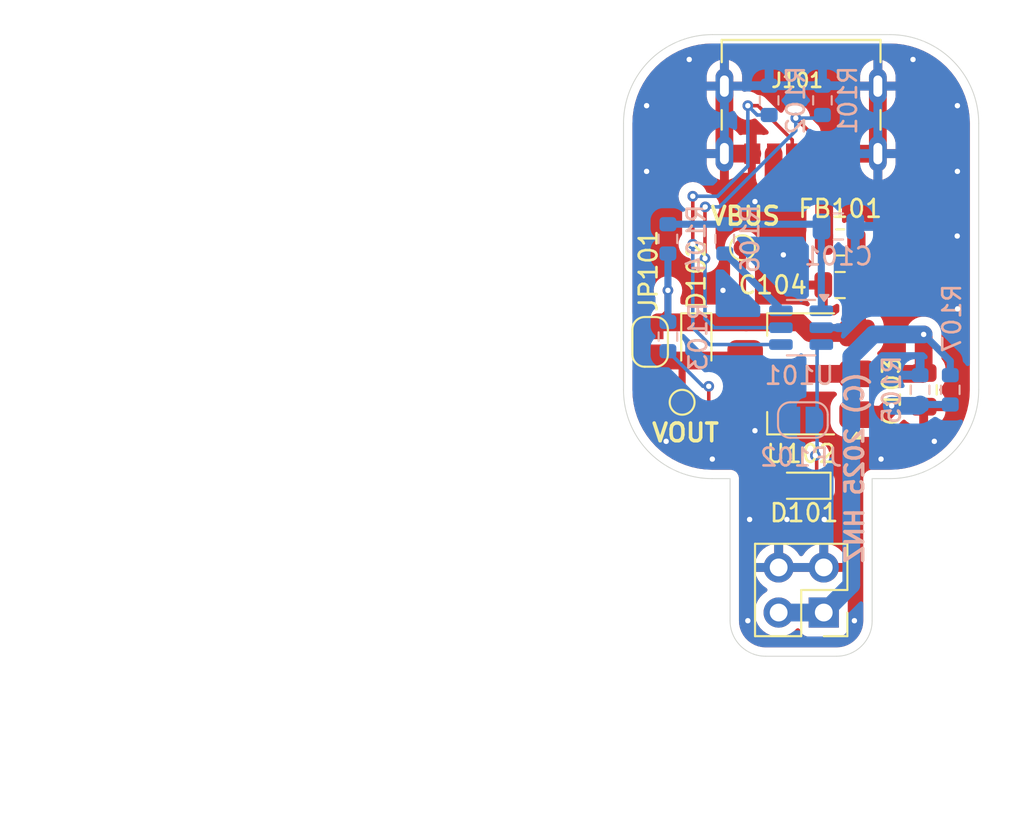
<source format=kicad_pcb>
(kicad_pcb (version 20240108) (generator "pcbnew") (generator_version "8.0")
  (layers (0 "F.Cu" signal) (31 "B.Cu" signal) (34 "B.Paste" user) (35 "F.Paste" user) (36 "B.SilkS" user "B.Silkscreen") (37 "F.SilkS" user "F.Silkscreen") (38 "B.Mask" user) (39 "F.Mask" user) (44 "Edge.Cuts" user))
  (net 0 "")
  (net 1 "Net-(U101-VDD)")
  (net 2 "GND")
  (net 3 "Net-(D102-A)")
  (net 4 "/VBUS")
  (net 5 "Net-(D101-K)")
  (net 6 "Net-(D101-A)")
  (net 7 "Net-(FB101-Pad2)")
  (net 8 "/CC1")
  (net 9 "/CC2")
  (net 10 "Net-(U102-GND)")
  (net 11 "Net-(U101-CFG)")
  (footprint "Diode_SMD:D_SOD-323" (layer "F.Cu") (at 161.1 64.3 -90)
    (property "Reference" "D102" (at -3.75 0 90) (layer "F.SilkS"))
    (property "Value" "CUS10F30")
    (fp_line (start -1.61 0.85) (end 1.05 0.85) (stroke (width 0.12)) (layer "F.SilkS"))
    (fp_line (start -1.61 -0.85) (end -1.61 0.85) (stroke (width 0.12)) (layer "F.SilkS"))
    (fp_line (start -1.61 -0.85) (end 1.05 -0.85) (stroke (width 0.12)) (layer "F.SilkS"))
    (pad "1" smd roundrect (at -1.05 0 270) (size 0.6 0.45) (layers "F.Cu" "F.Paste" "F.Mask") (net 4 "/VBUS"))
    (pad "2" smd roundrect (at 1.05 0 270) (size 0.6 0.45) (layers "F.Cu" "F.Paste" "F.Mask") (net 3 "Net-(D102-A)"))
  )
  (footprint "Package_TO_SOT_SMD:SOT-223-3_TabPin2" (layer "F.Cu") (at 167 66.1 180)
    (property "Reference" "U102" (at 0 -4.5 0) (layer "F.SilkS"))
    (property "Value" "AZ1117C")
    (fp_line (start 1.91 3.41) (end 1.91 2.15) (stroke (width 0.12)) (layer "F.SilkS"))
    (fp_line (start 1.91 -3.41) (end 1.91 -2.15) (stroke (width 0.12)) (layer "F.SilkS"))
    (fp_line (start -1.85 3.41) (end 1.91 3.41) (stroke (width 0.12)) (layer "F.SilkS"))
    (fp_line (start -1.85 -3.41) (end 1.91 -3.41) (stroke (width 0.12)) (layer "F.SilkS"))
    (fp_poly (pts (xy -3.13 -3.31) (xy -3.37 -3.64) (xy -2.89 -3.64) (xy -3.13 -3.31)) (stroke (width 0.12)) (fill solid) (layer "F.SilkS"))
    (pad "1" smd roundrect (at -3.15 -2.3 180) (size 2 1.5) (layers "F.Cu" "F.Paste" "F.Mask") (net 10 "Net-(U102-GND)"))
    (pad "2" smd roundrect (at -3.15 0 180) (size 2 1.5) (layers "F.Cu" "F.Paste" "F.Mask") (net 3 "Net-(D102-A)"))
    (pad "2" smd roundrect (at 3.15 0 180) (size 2 3.8) (layers "F.Cu" "F.Paste" "F.Mask") (net 3 "Net-(D102-A)"))
    (pad "3" smd roundrect (at -3.15 2.3 180) (size 2 1.5) (layers "F.Cu" "F.Paste" "F.Mask") (net 4 "/VBUS"))
  )
  (footprint "TestPoint:TestPoint_Pad_D1.0mm" (layer "F.Cu") (at 163.7 59)
    (property "Reference" "TP102" (hide yes))
    (property "Value" "VBUS")
    (fp_circle (center 0 0) (end 0 0.7) (stroke (width 0.12)) (fill none) (layer "F.SilkS"))
    (pad "1" smd circle (at 0 0) (size 1 1) (layers "F.Cu" "F.Mask") (net 4 "/VBUS"))
  )
  (footprint "Resistor_SMD:R_0805_2012Metric" (layer "F.Cu") (at 169.2 58.7 180)
    (property "Reference" "FB101" (at 0 1.9 0) (layer "F.SilkS"))
    (property "Value" "601-T")
    (fp_line (start -0.227064 0.735) (end 0.227064 0.735) (stroke (width 0.12)) (layer "F.SilkS"))
    (fp_line (start -0.227064 -0.735) (end 0.227064 -0.735) (stroke (width 0.12)) (layer "F.SilkS"))
    (pad "1" smd roundrect (at -0.9125 0 180) (size 1.025 1.4) (layers "F.Cu" "F.Paste" "F.Mask") (roundrect_rratio 0.243902) (net 4 "/VBUS"))
    (pad "2" smd roundrect (at 0.9125 0 180) (size 1.025 1.4) (layers "F.Cu" "F.Paste" "F.Mask") (roundrect_rratio 0.243902) (net 7 "Net-(FB101-Pad2)"))
  )
  (footprint "Capacitor_SMD:C_0805_2012Metric" (layer "F.Cu") (at 169.2 61.1 180)
    (property "Reference" "C104" (at 3.8 0 0) (layer "F.SilkS"))
    (property "Value" "10uF")
    (fp_line (start -0.261252 0.735) (end 0.261252 0.735) (stroke (width 0.12)) (layer "F.SilkS"))
    (fp_line (start -0.261252 -0.735) (end 0.261252 -0.735) (stroke (width 0.12)) (layer "F.SilkS"))
    (pad "1" smd roundrect (at -0.95 0 180) (size 1 1.45) (layers "F.Cu" "F.Paste" "F.Mask") (net 4 "/VBUS"))
    (pad "2" smd roundrect (at 0.95 0 180) (size 1 1.45) (layers "F.Cu" "F.Paste" "F.Mask") (net 2 "GND"))
  )
  (footprint "Library:CUI_UJC-HP-3-SMT-TR" (layer "F.Cu") (at 167 53.7 180)
    (property "Reference" "J101" (at 0.22 4.12 180) (layer "F.SilkS") (effects (font (size 0.8 0.8))))
    (property "Value" "USB_C_Receptacle_PowerOnly_6P")
    (fp_line (start 4.47 6.4) (end 4.47 5.15) (stroke (width 0.127)) (layer "F.SilkS"))
    (fp_line (start 4.47 2.45) (end 4.47 1.35) (stroke (width 0.127)) (layer "F.SilkS"))
    (fp_line (start -4.47 6.4) (end 4.47 6.4) (stroke (width 0.127)) (layer "F.SilkS"))
    (fp_line (start -4.47 6.4) (end -4.47 5.15) (stroke (width 0.127)) (layer "F.SilkS"))
    (fp_line (start -4.47 2.45) (end -4.47 1.35) (stroke (width 0.127)) (layer "F.SilkS"))
    (pad "A5" smd rect (at -0.5 -0.005 270) (size 1.15 0.7) (layers "F.Cu" "F.Paste" "F.Mask") (net 8 "/CC1"))
    (pad "A9" smd rect (at 1.52 -0.005 270) (size 1.15 0.8) (layers "F.Cu" "F.Paste" "F.Mask") (net 7 "Net-(FB101-Pad2)"))
    (pad "A12" smd rect (at 2.75 -0.005 270) (size 1.15 0.9) (layers "F.Cu" "F.Paste" "F.Mask") (net 2 "GND"))
    (pad "B5" smd rect (at 0.5 -0.005 270) (size 1.15 0.7) (layers "F.Cu" "F.Paste" "F.Mask") (net 9 "/CC2"))
    (pad "B9" smd rect (at -1.52 -0.005 270) (size 1.15 0.8) (layers "F.Cu" "F.Paste" "F.Mask") (net 7 "Net-(FB101-Pad2)"))
    (pad "B12" smd rect (at -2.75 -0.005 270) (size 1.15 0.9) (layers "F.Cu" "F.Paste" "F.Mask") (net 2 "GND"))
    (pad "S1" thru_hole oval (at -4.32 0 180) (size 1 2) (drill oval 0.5 1.2) (layers "*.Cu" "*.Mask") (net 2 "GND"))
    (pad "S1" thru_hole oval (at -4.32 3.8 180) (size 1 2) (drill oval 0.5 1.2) (layers "*.Cu" "*.Mask") (net 2 "GND"))
    (pad "S1" thru_hole oval (at 4.32 0 180) (size 1 2) (drill oval 0.5 1.2) (layers "*.Cu" "*.Mask") (net 2 "GND"))
    (pad "S1" thru_hole oval (at 4.32 3.8 180) (size 1 2) (drill oval 0.5 1.2) (layers "*.Cu" "*.Mask") (net 2 "GND"))
  )
  (footprint "TestPoint:TestPoint_Pad_D1.0mm" (layer "F.Cu") (at 160.3 67.7)
    (property "Reference" "TP101" (hide yes))
    (property "Value" "VOUT")
    (fp_circle (center 0 0) (end 0 0.7) (stroke (width 0.12)) (fill none) (layer "F.SilkS"))
    (pad "1" smd circle (at 0 0) (size 1 1) (layers "F.Cu" "F.Mask") (net 3 "Net-(D102-A)"))
  )
  (footprint "Jumper:SolderJumper-2_P1.3mm_Open_RoundedPad1.0x1.5mm" (layer "F.Cu") (at 158.5 64.3 -90)
    (property "Reference" "JP101" (at -4 0.1 90) (layer "F.SilkS"))
    (property "Value" "SHUNT IT IF NO USE AZ117C")
    (fp_line (start 0.7 1) (end -0.7 1) (stroke (width 0.12)) (layer "F.SilkS"))
    (fp_line (start -1.4 0.3) (end -1.4 -0.3) (stroke (width 0.12)) (layer "F.SilkS"))
    (fp_line (start 1.4 -0.3) (end 1.4 0.3) (stroke (width 0.12)) (layer "F.SilkS"))
    (fp_line (start -0.7 -1) (end 0.7 -1) (stroke (width 0.12)) (layer "F.SilkS"))
    (fp_arc (start -0.7 1) (mid -1.194975 0.794975) (end -1.4 0.3) (stroke (width 0.12)) (layer "F.SilkS"))
    (fp_arc (start 1.4 0.3) (mid 1.194975 0.794975) (end 0.7 1) (stroke (width 0.12)) (layer "F.SilkS"))
    (fp_arc (start -1.4 -0.3) (mid -1.194975 -0.794975) (end -0.7 -1) (stroke (width 0.12)) (layer "F.SilkS"))
    (fp_arc (start 0.7 -1) (mid 1.194975 -0.794975) (end 1.4 -0.3) (stroke (width 0.12)) (layer "F.SilkS"))
    (pad "1" smd custom (at -0.65 0 270) (size 1 0.5) (layers "F.Cu" "F.Mask") (net 4 "/VBUS") (options (clearance outline) (anchor rect)) (primitives (gr_circle (center 0 0.25) (end 0.5 0.25) (width 0) (fill yes)) (gr_circle (center 0 -0.25) (end 0.5 -0.25) (width 0) (fill yes)) (gr_poly (pts (xy 0.5 0.75) (xy 0 0.75) (xy 0 -0.75) (xy 0.5 -0.75)) (width 0) (fill yes))))
    (pad "2" smd custom (at 0.65 0 270) (size 1 0.5) (layers "F.Cu" "F.Mask") (net 3 "Net-(D102-A)") (options (clearance outline) (anchor rect)) (primitives (gr_circle (center 0 0.25) (end 0.5 0.25) (width 0) (fill yes)) (gr_circle (center 0 -0.25) (end 0.5 -0.25) (width 0) (fill yes)) (gr_poly (pts (xy 0 0.75) (xy -0.5 0.75) (xy -0.5 -0.75) (xy 0 -0.75)) (width 0) (fill yes))))
  )
  (footprint "Connector_PinHeader_2.54mm:PinHeader_2x02_P2.54mm_Vertical" (layer "F.Cu") (at 168.275 79.54 180)
    (property "Reference" "J102" (hide yes))
    (property "Value" "PinHeader 02x02")
    (fp_line (start 3.87 -1.33) (end 3.87 3.87) (stroke (width 0.12)) (layer "F.SilkS"))
    (fp_line (start 1.27 1.27) (end 1.27 -1.33) (stroke (width 0.12)) (layer "F.SilkS"))
    (fp_line (start 1.27 -1.33) (end 3.87 -1.33) (stroke (width 0.12)) (layer "F.SilkS"))
    (fp_line (start -1.33 3.87) (end 3.87 3.87) (stroke (width 0.12)) (layer "F.SilkS"))
    (fp_line (start -1.33 1.27) (end 1.27 1.27) (stroke (width 0.12)) (layer "F.SilkS"))
    (fp_line (start -1.33 1.27) (end -1.33 3.87) (stroke (width 0.12)) (layer "F.SilkS"))
    (fp_line (start -1.33 0) (end -1.33 -1.33) (stroke (width 0.12)) (layer "F.SilkS"))
    (fp_line (start -1.33 -1.33) (end 0 -1.33) (stroke (width 0.12)) (layer "F.SilkS"))
    (pad "1" thru_hole rect (at 0 0 180) (size 1.7 1.7) (drill 1) (layers "*.Cu" "*.Mask") (net 3 "Net-(D102-A)"))
    (pad "2" thru_hole oval (at 2.54 0 180) (size 1.7 1.7) (drill 1) (layers "*.Cu" "*.Mask") (net 3 "Net-(D102-A)"))
    (pad "3" thru_hole oval (at 0 2.54 180) (size 1.7 1.7) (drill 1) (layers "*.Cu" "*.Mask") (net 2 "GND"))
    (pad "4" thru_hole oval (at 2.54 2.54 180) (size 1.7 1.7) (drill 1) (layers "*.Cu" "*.Mask") (net 2 "GND"))
  )
  (footprint "Capacitor_SMD:C_0805_2012Metric" (layer "F.Cu") (at 173.9 67 -90)
    (property "Reference" "C103" (at 0.1 1.8 90) (layer "F.SilkS"))
    (property "Value" "22uF")
    (fp_line (start -0.261252 0.735) (end 0.261252 0.735) (stroke (width 0.12)) (layer "F.SilkS"))
    (fp_line (start -0.261252 -0.735) (end 0.261252 -0.735) (stroke (width 0.12)) (layer "F.SilkS"))
    (pad "1" smd roundrect (at -0.95 0 270) (size 1 1.45) (layers "F.Cu" "F.Paste" "F.Mask") (net 3 "Net-(D102-A)"))
    (pad "2" smd roundrect (at 0.95 0 270) (size 1 1.45) (layers "F.Cu" "F.Paste" "F.Mask") (net 2 "GND"))
  )
  (footprint "LED_SMD:LED_0603_1608Metric_Pad1.05x0.95mm_HandSolder" (layer "F.Cu") (at 167 72.4 180)
    (property "Reference" "D101" (at -0.17 -1.53 180) (layer "F.SilkS"))
    (property "Value" "LED RED")
    (fp_line (start 0.8 -0.735) (end -1.66 -0.735) (stroke (width 0.12)) (layer "F.SilkS"))
    (fp_line (start -1.66 0.735) (end 0.8 0.735) (stroke (width 0.12)) (layer "F.SilkS"))
    (fp_line (start -1.66 -0.735) (end -1.66 0.735) (stroke (width 0.12)) (layer "F.SilkS"))
    (pad "1" smd roundrect (at -0.875 0 180) (size 1.05 0.95) (layers "F.Cu" "F.Paste" "F.Mask") (net 5 "Net-(D101-K)"))
    (pad "2" smd roundrect (at 0.875 0 180) (size 1.05 0.95) (layers "F.Cu" "F.Paste" "F.Mask") (net 6 "Net-(D101-A)"))
  )
  (footprint "Jumper:SolderJumper-2_P1.3mm_Open_RoundedPad1.0x1.5mm" (layer "B.Cu") (at 167.1 68.7)
    (property "Reference" "JP102" (at -0.1 2.1 0) (layer "B.SilkS") (effects (justify mirror)))
    (property "Value" "SHUNT IT IF NO USE CH221K")
    (fp_line (start -1.4 0.3) (end -1.4 -0.3) (stroke (width 0.12)) (layer "B.SilkS"))
    (fp_line (start -0.7 -1) (end 0.7 -1) (stroke (width 0.12)) (layer "B.SilkS"))
    (fp_line (start 0.7 1) (end -0.7 1) (stroke (width 0.12)) (layer "B.SilkS"))
    (fp_line (start 1.4 -0.3) (end 1.4 0.3) (stroke (width 0.12)) (layer "B.SilkS"))
    (fp_arc (start -1.4 -0.3) (mid -1.194975 -0.794975) (end -0.7 -1) (stroke (width 0.12)) (layer "B.SilkS"))
    (fp_arc (start -0.7 1) (mid -1.194975 0.794975) (end -1.4 0.3) (stroke (width 0.12)) (layer "B.SilkS"))
    (fp_arc (start 0.7 -1) (mid 1.194975 -0.794975) (end 1.4 -0.3) (stroke (width 0.12)) (layer "B.SilkS"))
    (fp_arc (start 1.4 0.3) (mid 1.194975 0.794975) (end 0.7 1) (stroke (width 0.12)) (layer "B.SilkS"))
    (pad "1" smd custom (at -0.65 0) (size 1 0.5) (layers "B.Cu" "B.Mask") (net 2 "GND") (options (clearance outline) (anchor rect)) (primitives (gr_circle (center 0 -0.25) (end 0.5 -0.25) (width 0) (fill yes)) (gr_circle (center 0 0.25) (end 0.5 0.25) (width 0) (fill yes)) (gr_poly (pts (xy 0.5 -0.75) (xy 0 -0.75) (xy 0 0.75) (xy 0.5 0.75)) (width 0) (fill yes))))
    (pad "2" smd custom (at 0.65 0) (size 1 0.5) (layers "B.Cu" "B.Mask") (net 5 "Net-(D101-K)") (options (clearance outline) (anchor rect)) (primitives (gr_circle (center 0 -0.25) (end 0.5 -0.25) (width 0) (fill yes)) (gr_circle (center 0 0.25) (end 0.5 0.25) (width 0) (fill yes)) (gr_poly (pts (xy 0 -0.75) (xy -0.5 -0.75) (xy -0.5 0.75) (xy 0 0.75)) (width 0) (fill yes))))
  )
  (footprint "Resistor_SMD:R_0603_1608Metric" (layer "B.Cu") (at 175.4 67 -90)
    (property "Reference" "R107" (at -4.03 -0.09 90) (layer "B.SilkS") (effects (justify mirror)))
    (property "Value" "ADJ-R1")
    (fp_line (start 0.237258 0.5225) (end -0.237258 0.5225) (stroke (width 0.12)) (layer "B.SilkS"))
    (fp_line (start 0.237258 -0.5225) (end -0.237258 -0.5225) (stroke (width 0.12)) (layer "B.SilkS"))
    (pad "1" smd roundrect (at -0.825 0 270) (size 0.8 0.95) (layers "B.Cu" "B.Paste" "B.Mask") (net 3 "Net-(D102-A)"))
    (pad "2" smd roundrect (at 0.825 0 270) (size 0.8 0.95) (layers "B.Cu" "B.Paste" "B.Mask") (net 10 "Net-(U102-GND)"))
  )
  (footprint "Capacitor_SMD:C_0805_2012Metric" (layer "B.Cu") (at 169.1 57.8)
    (property "Reference" "C101" (at 0 1.68 0) (layer "B.SilkS") (effects (justify mirror)))
    (property "Value" "1uF/50V")
    (fp_line (start 0.261252 -0.735) (end -0.261252 -0.735) (stroke (width 0.12)) (layer "B.SilkS"))
    (fp_line (start 0.261252 0.735) (end -0.261252 0.735) (stroke (width 0.12)) (layer "B.SilkS"))
    (pad "1" smd roundrect (at -0.95 0) (size 1 1.45) (layers "B.Cu" "B.Paste" "B.Mask") (net 1 "Net-(U101-VDD)"))
    (pad "2" smd roundrect (at 0.95 0) (size 1 1.45) (layers "B.Cu" "B.Paste" "B.Mask") (net 2 "GND"))
  )
  (footprint "Resistor_SMD:R_0603_1608Metric" (layer "B.Cu") (at 159.5 58.5 90)
    (property "Reference" "R104" (at 0 1.6 90) (layer "B.SilkS") (effects (justify mirror)))
    (property "Value" "1K")
    (fp_line (start 0.237258 -0.5225) (end -0.237258 -0.5225) (stroke (width 0.12)) (layer "B.SilkS"))
    (fp_line (start 0.237258 0.5225) (end -0.237258 0.5225) (stroke (width 0.12)) (layer "B.SilkS"))
    (pad "1" smd roundrect (at -0.825 0 90) (size 0.8 0.95) (layers "B.Cu" "B.Paste" "B.Mask") (net 4 "/VBUS"))
    (pad "2" smd roundrect (at 0.825 0 90) (size 0.8 0.95) (layers "B.Cu" "B.Paste" "B.Mask") (net 1 "Net-(U101-VDD)"))
  )
  (footprint "Package_TO_SOT_SMD:SOT-23-6" (layer "B.Cu") (at 167 63.5 180)
    (property "Reference" "U101" (at 0.1 -2.7 0) (layer "B.SilkS") (effects (justify mirror)))
    (property "Value" "CH221K")
    (fp_line (start 0.8 1.56) (end 0 1.56) (stroke (width 0.12)) (layer "B.SilkS"))
    (fp_line (start 0.8 -1.56) (end 0 -1.56) (stroke (width 0.12)) (layer "B.SilkS"))
    (fp_line (start -0.8 1.56) (end 0 1.56) (stroke (width 0.12)) (layer "B.SilkS"))
    (fp_line (start -0.8 -1.56) (end 0 -1.56) (stroke (width 0.12)) (layer "B.SilkS"))
    (fp_poly (pts (xy -1.3 1.51) (xy -1.54 1.84) (xy -1.06 1.84) (xy -1.3 1.51)) (stroke (width 0.12)) (fill solid) (layer "B.SilkS"))
    (pad "1" smd roundrect (at -1.1375 0.95 180) (size 1.325 0.6) (layers "B.Cu" "B.Paste" "B.Mask") (net 1 "Net-(U101-VDD)"))
    (pad "2" smd roundrect (at -1.1375 0 180) (size 1.325 0.6) (layers "B.Cu" "B.Paste" "B.Mask") (net 2 "GND"))
    (pad "3" smd roundrect (at -1.1375 -0.95 180) (size 1.325 0.6) (layers "B.Cu" "B.Paste" "B.Mask") (net 5 "Net-(D101-K)"))
    (pad "4" smd roundrect (at 1.1375 -0.95 180) (size 1.325 0.6) (layers "B.Cu" "B.Paste" "B.Mask") (net 9 "/CC2"))
    (pad "5" smd roundrect (at 1.1375 0 180) (size 1.325 0.6) (layers "B.Cu" "B.Paste" "B.Mask") (net 8 "/CC1"))
    (pad "6" smd roundrect (at 1.1375 0.95 180) (size 1.325 0.6) (layers "B.Cu" "B.Paste" "B.Mask") (net 11 "Net-(U101-CFG)"))
  )
  (footprint "Resistor_SMD:R_0603_1608Metric" (layer "B.Cu") (at 159.5 64 -90)
    (property "Reference" "R103" (at 0 -1.7 90) (layer "B.SilkS") (effects (justify mirror)))
    (property "Value" "2K")
    (fp_line (start 0.237258 0.5225) (end -0.237258 0.5225) (stroke (width 0.12)) (layer "B.SilkS"))
    (fp_line (start 0.237258 -0.5225) (end -0.237258 -0.5225) (stroke (width 0.12)) (layer "B.SilkS"))
    (pad "1" smd roundrect (at -0.825 0 270) (size 0.8 0.95) (layers "B.Cu" "B.Paste" "B.Mask") (net 4 "/VBUS"))
    (pad "2" smd roundrect (at 0.825 0 270) (size 0.8 0.95) (layers "B.Cu" "B.Paste" "B.Mask") (net 6 "Net-(D101-A)"))
  )
  (footprint "Resistor_SMD:R_0603_1608Metric" (layer "B.Cu") (at 165.2 50.7 90)
    (property "Reference" "R102" (at 0 1.5 90) (layer "B.SilkS") (effects (justify mirror)))
    (property "Value" "5K1")
    (fp_line (start 0.237258 -0.5225) (end -0.237258 -0.5225) (stroke (width 0.12)) (layer "B.SilkS"))
    (fp_line (start 0.237258 0.5225) (end -0.237258 0.5225) (stroke (width 0.12)) (layer "B.SilkS"))
    (pad "1" smd roundrect (at -0.825 0 90) (size 0.8 0.95) (layers "B.Cu" "B.Paste" "B.Mask") (net 9 "/CC2"))
    (pad "2" smd roundrect (at 0.825 0 90) (size 0.8 0.95) (layers "B.Cu" "B.Paste" "B.Mask") (net 2 "GND"))
  )
  (footprint "Resistor_SMD:R_0603_1608Metric" (layer "B.Cu") (at 168.2 50.7 90)
    (property "Reference" "R101" (at 0 1.43 90) (layer "B.SilkS") (effects (justify mirror)))
    (property "Value" "5K1")
    (fp_line (start 0.237258 -0.5225) (end -0.237258 -0.5225) (stroke (width 0.12)) (layer "B.SilkS"))
    (fp_line (start 0.237258 0.5225) (end -0.237258 0.5225) (stroke (width 0.12)) (layer "B.SilkS"))
    (pad "1" smd roundrect (at -0.825 0 90) (size 0.8 0.95) (layers "B.Cu" "B.Paste" "B.Mask") (net 8 "/CC1"))
    (pad "2" smd roundrect (at 0.825 0 90) (size 0.8 0.95) (layers "B.Cu" "B.Paste" "B.Mask") (net 2 "GND"))
  )
  (footprint "Resistor_SMD:R_0603_1608Metric" (layer "B.Cu") (at 162.7 58.5 90)
    (property "Reference" "R106" (at 0 1.43 90) (layer "B.SilkS") (effects (justify mirror)))
    (property "Value" "200K")
    (fp_line (start 0.237258 -0.5225) (end -0.237258 -0.5225) (stroke (width 0.12)) (layer "B.SilkS"))
    (fp_line (start 0.237258 0.5225) (end -0.237258 0.5225) (stroke (width 0.12)) (layer "B.SilkS"))
    (pad "1" smd roundrect (at -0.825 0 90) (size 0.8 0.95) (layers "B.Cu" "B.Paste" "B.Mask") (net 11 "Net-(U101-CFG)"))
    (pad "2" smd roundrect (at 0.825 0 90) (size 0.8 0.95) (layers "B.Cu" "B.Paste" "B.Mask") (net 1 "Net-(U101-VDD)"))
  )
  (footprint "Resistor_SMD:R_0603_1608Metric" (layer "B.Cu") (at 173.7 67 90)
    (property "Reference" "R105" (at 0 -1.6 90) (layer "B.SilkS") (effects (justify mirror)))
    (property "Value" "0/ADJ-R2")
    (fp_line (start 0.237258 -0.5225) (end -0.237258 -0.5225) (stroke (width 0.12)) (layer "B.SilkS"))
    (fp_line (start 0.237258 0.5225) (end -0.237258 0.5225) (stroke (width 0.12)) (layer "B.SilkS"))
    (pad "1" smd roundrect (at -0.825 0 90) (size 0.8 0.95) (layers "B.Cu" "B.Paste" "B.Mask") (net 10 "Net-(U102-GND)"))
    (pad "2" smd roundrect (at 0.825 0 90) (size 0.8 0.95) (layers "B.Cu" "B.Paste" "B.Mask") (net 2 "GND"))
  )
  (gr_line (start 171 80) (end 171 72) (stroke (width 0.05)) (layer "Edge.Cuts"))
  (gr_line (start 163 72) (end 162 72) (stroke (width 0.05)) (layer "Edge.Cuts"))
  (gr_line (start 171 72) (end 172 72) (stroke (width 0.05)) (layer "Edge.Cuts"))
  (gr_line (start 165 82) (end 169 82) (stroke (width 0.05)) (layer "Edge.Cuts"))
  (gr_line (start 162 47) (end 172 47) (stroke (width 0.05)) (layer "Edge.Cuts"))
  (gr_line (start 157 67) (end 157 52) (stroke (width 0.05)) (layer "Edge.Cuts"))
  (gr_arc (start 162 72) (mid 158.464466 70.535534) (end 157 67) (stroke (width 0.05)) (layer "Edge.Cuts"))
  (gr_line (start 163 72) (end 163 80) (stroke (width 0.05)) (layer "Edge.Cuts"))
  (gr_arc (start 157 52) (mid 158.464466 48.464466) (end 162 47) (stroke (width 0.05)) (layer "Edge.Cuts"))
  (gr_arc (start 172 47) (mid 175.535534 48.464466) (end 177 52) (stroke (width 0.05)) (layer "Edge.Cuts"))
  (gr_arc (start 177 67) (mid 175.535534 70.535534) (end 172 72) (stroke (width 0.05)) (layer "Edge.Cuts"))
  (gr_arc (start 165 82) (mid 163.585786 81.414214) (end 163 80) (stroke (width 0.05)) (layer "Edge.Cuts"))
  (gr_line (start 177 52) (end 177 67) (stroke (width 0.05)) (layer "Edge.Cuts"))
  (gr_arc (start 171 80) (mid 170.414214 81.414214) (end 169 82) (stroke (width 0.05)) (layer "Edge.Cuts"))
  (gr_text "(C) 2025 HNZ" (at 170.6 65.9 90) (layer "B.SilkS") (effects (font (size 1 1) (thickness 0.2) (bold yes)) (justify left bottom mirror)))
  (gr_text "VOUT" (at 158.5 70 0) (layer "F.SilkS") (effects (font (size 1 1) (thickness 0.2) (bold yes)) (justify left bottom)))
  (gr_text "VBUS" (at 161.8 57.8 0) (layer "F.SilkS") (effects (font (size 1 1) (thickness 0.2) (bold yes)) (justify left bottom)))
  (segment (start 162.7 57.675) (end 167.275 57.675) (width 0.4) (layer "B.Cu") (net 1))
  (segment (start 168.1375 57.8125) (end 168.15 57.8) (width 0.4) (layer "B.Cu") (net 1))
  (segment (start 168.1375 62.55) (end 168.1375 60.8) (width 0.4) (layer "B.Cu") (net 1))
  (segment (start 168.1375 60.8) (end 168.1375 57.8125) (width 0.4) (layer "B.Cu") (net 1))
  (segment (start 168.025 57.675) (end 168.15 57.8) (width 0.4) (layer "B.Cu") (net 1))
  (segment (start 162.7 57.675) (end 159.5 57.675) (width 0.4) (layer "B.Cu") (net 1))
  (segment (start 167.275 57.675) (end 168.025 57.675) (width 0.4) (layer "B.Cu") (net 1))
  (segment (start 164.245 53.7) (end 164.25 53.705) (width 1) (layer "F.Cu") (net 2))
  (segment (start 171.315 53.705) (end 171.32 53.7) (width 1) (layer "F.Cu") (net 2))
  (segment (start 171.32 53.7) (end 171.32 49.9) (width 1) (layer "F.Cu") (net 2))
  (segment (start 169.75 53.705) (end 171.315 53.705) (width 1) (layer "F.Cu") (net 2))
  (segment (start 162.68 53.7) (end 164.245 53.7) (width 1) (layer "F.Cu") (net 2))
  (segment (start 162.68 49.9) (end 162.68 53.7) (width 1) (layer "F.Cu") (net 2))
  (via (at 159.4 69.9) (size 0.6) (drill 0.3) (layers "F.Cu" "B.Cu") (net 2))
  (via (at 158.3 54.7) (size 0.6) (drill 0.3) (layers "F.Cu" "B.Cu") (net 2))
  (via (at 160.7 48.4) (size 0.6) (drill 0.3) (layers "F.Cu" "B.Cu") (net 2))
  (via (at 162.6 61.4) (size 0.6) (drill 0.3) (layers "F.Cu" "B.Cu") (net 2))
  (via (at 175.79 58.34) (size 0.6) (drill 0.3) (layers "F.Cu" "B.Cu") (net 2))
  (via (at 158.3 51) (size 0.6) (drill 0.3) (layers "F.Cu" "B.Cu") (net 2))
  (via (at 162 70.9) (size 0.6) (drill 0.3) (layers "F.Cu" "B.Cu") (net 2))
  (via (at 175.8 54.7) (size 0.6) (drill 0.3) (layers "F.Cu" "B.Cu") (net 2))
  (via (at 168.3 74.3) (size 0.6) (drill 0.3) (layers "F.Cu" "B.Cu") (net 2))
  (via (at 173.3 48.4) (size 0.6) (drill 0.3) (layers "F.Cu" "B.Cu") (net 2))
  (via (at 174.5 69.9) (size 0.6) (drill 0.3) (layers "F.Cu" "B.Cu") (net 2))
  (via (at 164 80) (size 0.6) (drill 0.3) (layers "F.Cu" "B.Cu") (net 2))
  (via (at 164.4 69.3) (size 0.6) (drill 0.3) (layers "F.Cu" "B.Cu") (net 2))
  (via (at 175.81 62.44) (size 0.6) (drill 0.3) (layers "F.Cu" "B.Cu") (net 2))
  (via (at 170 80) (size 0.6) (drill 0.3) (layers "F.Cu" "B.Cu") (net 2))
  (via (at 166.2 74.3) (size 0.6) (drill 0.3) (layers "F.Cu" "B.Cu") (net 2))
  (via (at 171.5 70.9) (size 0.6) (drill 0.3) (layers "F.Cu" "B.Cu") (net 2))
  (via (at 175.8 51) (size 0.6) (drill 0.3) (layers "F.Cu" "B.Cu") (net 2))
  (via (at 166 59.4) (size 0.6) (drill 0.3) (layers "F.Cu" "B.Cu") (net 2))
  (via (at 164.4 56.4) (size 0.6) (drill 0.3) (layers "F.Cu" "B.Cu") (net 2))
  (via (at 164.1 74.3) (size 0.6) (drill 0.3) (layers "F.Cu" "B.Cu") (net 2))
  (segment (start 169.449999 63.5) (end 170.05 62.899999) (width 0.4) (layer "B.Cu") (net 2))
  (segment (start 168.1375 63.5) (end 169.449999 63.5) (width 0.4) (layer "B.Cu") (net 2))
  (segment (start 170.05 62.899999) (end 170.05 57.8) (width 0.4) (layer "B.Cu") (net 2))
  (segment (start 173.9 63.88) (end 173.9 66.05) (width 1) (layer "F.Cu") (net 3))
  (segment (start 163.1 65.35) (end 163.85 66.1) (width 1) (layer "F.Cu") (net 3))
  (segment (start 160.3 65.55) (end 160.3 67.7) (width 0.4) (layer "F.Cu") (net 3))
  (segment (start 159.7 64.95) (end 160.3 65.55) (width 0.4) (layer "F.Cu") (net 3))
  (segment (start 173.85 66.1) (end 170.15 66.1) (width 1) (layer "F.Cu") (net 3))
  (segment (start 163.85 66.1) (end 170.15 66.1) (width 1) (layer "F.Cu") (net 3))
  (segment (start 158.5 64.95) (end 158.9 65.35) (width 1) (layer "F.Cu") (net 3))
  (segment (start 173.9 66.05) (end 173.85 66.1) (width 1) (layer "F.Cu") (net 3))
  (segment (start 158.5 64.95) (end 159.7 64.95) (width 0.4) (layer "F.Cu") (net 3))
  (segment (start 158.9 65.35) (end 163.1 65.35) (width 1) (layer "F.Cu") (net 3))
  (via (at 173.9 63.88) (size 0.6) (drill 0.3) (layers "F.Cu" "B.Cu") (net 3))
  (segment (start 171.07 63.88) (end 169.825 65.125) (width 1) (layer "B.Cu") (net 3))
  (segment (start 168.275 79.54) (end 165.735 79.54) (width 1) (layer "B.Cu") (net 3))
  (segment (start 169.825 77.99) (end 168.275 79.54) (width 1) (layer "B.Cu") (net 3))
  (segment (start 175.4 65.38) (end 175.4 66.175) (width 0.4) (layer "B.Cu") (net 3))
  (segment (start 169.825 65.125) (end 169.825 77.99) (width 1) (layer "B.Cu") (net 3))
  (segment (start 173.9 63.88) (end 175.4 65.38) (width 0.4) (layer "B.Cu") (net 3))
  (segment (start 173.9 63.88) (end 171.07 63.88) (width 1) (layer "B.Cu") (net 3))
  (segment (start 158.95 63.2) (end 163.9 63.2) (width 1) (layer "F.Cu") (net 4))
  (segment (start 170.1125 61.0625) (end 170.15 61.1) (width 1) (layer "F.Cu") (net 4))
  (segment (start 170.1125 58.7) (end 170.1125 61.0625) (width 1) (layer "F.Cu") (net 4))
  (segment (start 170.15 61.1) (end 170.15 63.8) (width 1) (layer "F.Cu") (net 4))
  (segment (start 166.9 63.2) (end 167.5 63.8) (width 1) (layer "F.Cu") (net 4))
  (segment (start 159.5 62.65) (end 159.5 61.4) (width 0.4) (layer "F.Cu") (net 4))
  (segment (start 158.5 63.65) (end 159.5 62.65) (width 0.4) (layer "F.Cu") (net 4))
  (segment (start 163.7 63) (end 163.9 63.2) (width 0.4) (layer "F.Cu") (net 4))
  (segment (start 163.7 59) (end 163.7 63) (width 0.4) (layer "F.Cu") (net 4))
  (segment (start 158.5 63.65) (end 158.95 63.2) (width 1) (layer "F.Cu") (net 4))
  (segment (start 163.9 63.2) (end 166.9 63.2) (width 1) (layer "F.Cu") (net 4))
  (segment (start 167.5 63.8) (end 170.15 63.8) (width 1) (layer "F.Cu") (net 4))
  (via (at 159.5 61.4) (size 0.6) (drill 0.3) (layers "F.Cu" "B.Cu") (net 4))
  (segment (start 159.5 61.4) (end 159.5 63.175) (width 0.4) (layer "B.Cu") (net 4))
  (segment (start 159.5 59.325) (end 159.5 61.4) (width 0.4) (layer "B.Cu") (net 4))
  (segment (start 167.875 70.775) (end 167.8 70.7) (width 0.2) (layer "F.Cu") (net 5))
  (segment (start 167.875 72.4) (end 167.875 70.775) (width 0.2) (layer "F.Cu") (net 5))
  (via (at 167.8 70.7) (size 0.6) (drill 0.3) (layers "F.Cu" "B.Cu") (net 5))
  (segment (start 167.8 70.7) (end 167.9 70.6) (width 0.2) (layer "B.Cu") (net 5))
  (segment (start 167.9 70.6) (end 167.9 64.6875) (width 0.2) (layer "B.Cu") (net 5))
  (segment (start 167.9 64.6875) (end 168.1375 64.45) (width 0.2) (layer "B.Cu") (net 5))
  (segment (start 161.8 68.9) (end 165.3 72.4) (width 0.2) (layer "F.Cu") (net 6))
  (segment (start 161.8 66.8) (end 161.8 68.9) (width 0.2) (layer "F.Cu") (net 6))
  (segment (start 166.1 72.375) (end 166.125 72.4) (width 0.2) (layer "F.Cu") (net 6))
  (segment (start 165.3 72.4) (end 166.125 72.4) (width 0.2) (layer "F.Cu") (net 6))
  (via (at 161.8 66.8) (size 0.6) (drill 0.3) (layers "F.Cu" "B.Cu") (net 6))
  (segment (start 161.475 66.8) (end 159.5 64.825) (width 0.2) (layer "B.Cu") (net 6))
  (segment (start 161.8 66.8) (end 161.475 66.8) (width 0.2) (layer "B.Cu") (net 6))
  (segment (start 168.55 55.7) (end 168.55 53.705) (width 1) (layer "F.Cu") (net 7))
  (segment (start 168.55 55.7) (end 166.17 55.7) (width 1) (layer "F.Cu") (net 7))
  (segment (start 166.17 55.7) (end 165.45 54.98) (width 1) (layer "F.Cu") (net 7))
  (segment (start 168.2875 58.7) (end 168.3 58.6875) (width 1) (layer "F.Cu") (net 7))
  (segment (start 168.3 55.95) (end 168.55 55.7) (width 1) (layer "F.Cu") (net 7))
  (segment (start 165.45 54.98) (end 165.45 53.705) (width 1) (layer "F.Cu") (net 7))
  (segment (start 168.3 58.6875) (end 168.3 55.95) (width 1) (layer "F.Cu") (net 7))
  (segment (start 166.7 51.7) (end 167.5 52.5) (width 0.2) (layer "F.Cu") (net 8))
  (segment (start 167.5 52.5) (end 167.5 53.705) (width 0.2) (layer "F.Cu") (net 8))
  (segment (start 161.585996 56.714004) (end 161.6 56.7) (width 0.2) (layer "F.Cu") (net 8))
  (segment (start 161.585996 59.6) (end 161.585996 56.714004) (width 0.2) (layer "F.Cu") (net 8))
  (via (at 166.7 51.7) (size 0.6) (drill 0.3) (layers "F.Cu" "B.Cu") (net 8))
  (via (at 161.6 56.7) (size 0.6) (drill 0.3) (layers "F.Cu" "B.Cu") (net 8))
  (via (at 161.585996 59.6) (size 0.6) (drill 0.3) (layers "F.Cu" "B.Cu") (net 8))
  (segment (start 166.7 51.7) (end 166.7 52.4) (width 0.2) (layer "B.Cu") (net 8))
  (segment (start 168.025 51.7) (end 168.2 51.525) (width 0.2) (layer "B.Cu") (net 8))
  (segment (start 166.7 51.7) (end 168.025 51.7) (width 0.2) (layer "B.Cu") (net 8))
  (segment (start 166.7 52.4) (end 162.4 56.7) (width 0.2) (layer "B.Cu") (net 8))
  (segment (start 161.585996 59.6) (end 161.585996 62.985996) (width 0.2) (layer "B.Cu") (net 8))
  (segment (start 161.585996 62.985996) (end 162.1 63.5) (width 0.2) (layer "B.Cu") (net 8))
  (segment (start 162.1 63.5) (end 165.8625 63.5) (width 0.2) (layer "B.Cu") (net 8))
  (segment (start 162.4 56.7) (end 161.6 56.7) (width 0.2) (layer "B.Cu") (net 8))
  (segment (start 164 51) (end 164.57 51) (width 0.2) (layer "F.Cu") (net 9))
  (segment (start 160.9 56.1) (end 160.9 58.8) (width 0.2) (layer "F.Cu") (net 9))
  (segment (start 166.5 52.93) (end 166.5 53.705) (width 0.2) (layer "F.Cu") (net 9))
  (segment (start 164.57 51) (end 166.5 52.93) (width 0.2) (layer "F.Cu") (net 9))
  (via (at 160.9 58.8) (size 0.6) (drill 0.3) (layers "F.Cu" "B.Cu") (net 9))
  (via (at 160.9 56.1) (size 0.6) (drill 0.3) (layers "F.Cu" "B.Cu") (net 9))
  (via (at 164 51) (size 0.6) (drill 0.3) (layers "F.Cu" "B.Cu") (net 9))
  (segment (start 160.9 58.8) (end 160.9 63.5) (width 0.2) (layer "B.Cu") (net 9))
  (segment (start 162.3 56.1) (end 160.9 56.1) (width 0.2) (layer "B.Cu") (net 9))
  (segment (start 164 51) (end 164.525 51.525) (width 0.2) (layer "B.Cu") (net 9))
  (segment (start 164 54.4) (end 162.3 56.1) (width 0.2) (layer "B.Cu") (net 9))
  (segment (start 161.85 64.45) (end 165.8625 64.45) (width 0.2) (layer "B.Cu") (net 9))
  (segment (start 160.9 63.5) (end 161.85 64.45) (width 0.2) (layer "B.Cu") (net 9))
  (segment (start 164.525 51.525) (end 165.2 51.525) (width 0.2) (layer "B.Cu") (net 9))
  (segment (start 164 51) (end 164 54.4) (width 0.2) (layer "B.Cu") (net 9))
  (segment (start 170.15 68.4) (end 171.6 68.4) (width 1) (layer "F.Cu") (net 10))
  (segment (start 171.6 68.4) (end 172.1 67.9) (width 1) (layer "F.Cu") (net 10))
  (via (at 172.1 67.9) (size 0.6) (drill 0.3) (layers "F.Cu" "B.Cu") (net 10))
  (segment (start 173.625 67.9) (end 173.7 67.825) (width 1) (layer "B.Cu") (net 10))
  (segment (start 175.4 67.825) (end 173.7 67.825) (width 0.4) (layer "B.Cu") (net 10))
  (segment (start 172.1 67.9) (end 173.625 67.9) (width 1) (layer "B.Cu") (net 10))
  (segment (start 162.725 59.325) (end 165.8625 62.4625) (width 0.4) (layer "B.Cu") (net 11))
  (segment (start 162.7 59.325) (end 162.725 59.325) (width 0.4) (layer "B.Cu") (net 11))
  (segment (start 165.8625 62.4625) (end 165.8625 62.55) (width 0.4) (layer "B.Cu") (net 11))
  (zone (net 2) (net_name "GND") (layers "F&B.Cu") (connect_pads (clearance 0.5)) (min_thickness 0.25) (fill yes (thermal_gap 0.5) (thermal_bridge_width 0.5))
    (polygon (pts (xy 157 47) (xy 177 47) (xy 177 82.1) (xy 156.9 82.1)))
  )
)
</source>
